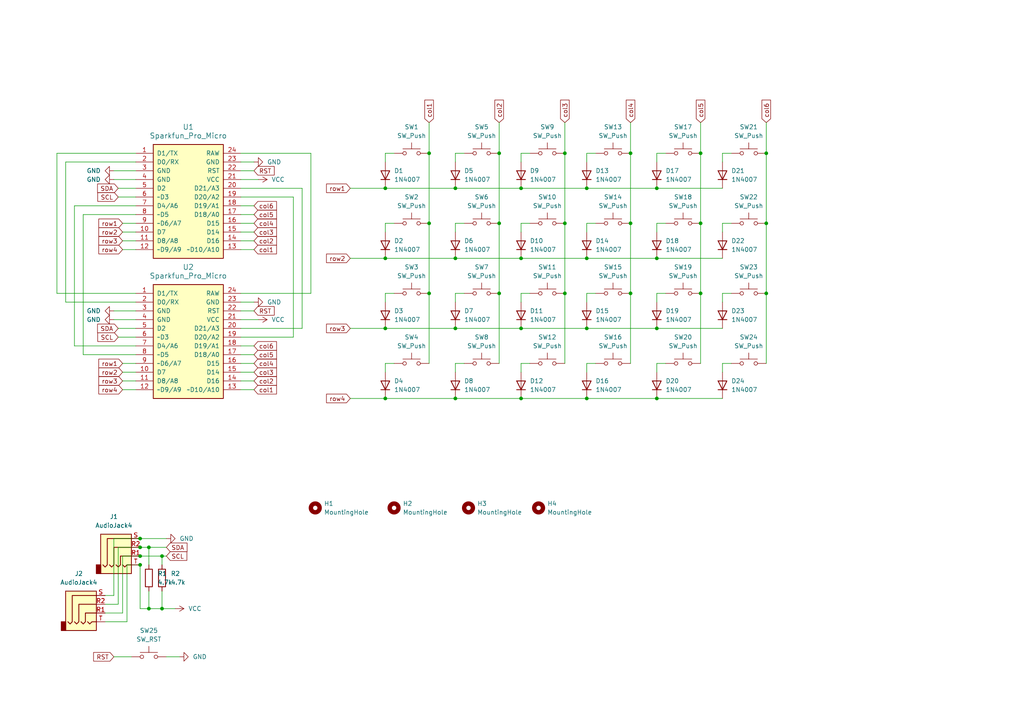
<source format=kicad_sch>
(kicad_sch (version 20230121) (generator eeschema)
  (paper "A4")
  (title_block (title "Focus") (date "2023-12-13") (rev "ver1.0.0") (company "Tomohiro TANIGUCHI"))
  (lib_symbols
    (symbol "Connector_Audio:AudioJack4"
      (property "Reference" "J" (at 0 8.89 0))
      (property "Value" "AudioJack4" (at 0 6.35 0))
      (symbol "AudioJack4_0_1"
        (rectangle (start -6.35 -5.08) (end -7.62 -7.62) (stroke (width 0.254)) (fill (type outline)))
        (polyline (pts (xy 0 -5.08) (xy 0.635 -5.715) (xy 1.27 -5.08) (xy 2.54 -5.08)) (stroke (width 0.254)))
        (polyline (pts (xy -5.715 -5.08) (xy -5.08 -5.715) (xy -4.445 -5.08) (xy -4.445 2.54) (xy 2.54 2.54)) (stroke (width 0.254)))
        (polyline (pts (xy -1.905 -5.08) (xy -1.27 -5.715) (xy -0.635 -5.08) (xy -0.635 -2.54) (xy 2.54 -2.54)) (stroke (width 0.254)))
        (polyline (pts (xy 2.54 0) (xy -2.54 0) (xy -2.54 -5.08) (xy -3.175 -5.715) (xy -3.81 -5.08)) (stroke (width 0.254)))
        (rectangle (start 2.54 3.81) (end -6.35 -7.62) (stroke (width 0.254)) (fill (type background)))
      )
      (symbol "AudioJack4_1_1"
        (pin passive line (at 5.08 -2.54 180) (length 2.54) (name "~") (number "R1"))
        (pin passive line (at 5.08 0 180) (length 2.54) (name "~") (number "R2"))
        (pin passive line (at 5.08 2.54 180) (length 2.54) (name "~") (number "S"))
        (pin passive line (at 5.08 -5.08 180) (length 2.54) (name "~") (number "T"))
      )
    )
    (symbol "Device:R" (pin_numbers hide) (pin_names (offset 0))
      (property "Reference" "R" (at 2.032 0 90))
      (property "Value" "R" (at 0 0 90))
      (symbol "R_0_1"
        (rectangle (start -1.016 -2.54) (end 1.016 2.54) (stroke (width 0.254)))
      )
      (symbol "R_1_1"
        (pin passive line (at 0 3.81 270) (length 1.27) (name "~") (number "1"))
        (pin passive line (at 0 -3.81 90) (length 1.27) (name "~") (number "2"))
      )
    )
    (symbol "Diode:1N4007" (pin_numbers hide) (pin_names hide)
      (property "Reference" "D" (at 0 2.54 0))
      (property "Value" "1N4007" (at 0 -2.54 0))
      (symbol "1N4007_0_1"
        (polyline (pts (xy -1.27 1.27) (xy -1.27 -1.27)) (stroke (width 0.254)))
        (polyline (pts (xy 1.27 0) (xy -1.27 0)))
        (polyline (pts (xy 1.27 1.27) (xy 1.27 -1.27) (xy -1.27 0) (xy 1.27 1.27)) (stroke (width 0.254)))
      )
      (symbol "1N4007_1_1"
        (pin passive line (at -3.81 0 0) (length 2.54) (name "K") (number "1"))
        (pin passive line (at 3.81 0 180) (length 2.54) (name "A") (number "2"))
      )
    )
    (symbol "Mechanical:MountingHole" (pin_names (offset 1.016))
      (property "Reference" "H" (at 0 5.08 0))
      (property "Value" "MountingHole" (at 0 3.175 0))
      (symbol "MountingHole_0_1"
        (circle (center 0 0) (radius 1.27) (stroke (width 1.27)))
      )
    )
    (symbol "New_Library:Sparkfun_Pro_Micro" (pin_names (offset 1.016))
      (property "Reference" "U" (at -8.89 21.59 0))
      (property "Value" "Sparkfun_Pro_Micro" (at 0 19.05 0))
      (symbol "Sparkfun_Pro_Micro_0_1"
        (rectangle (start -10.16 17.78) (end 10.16 -15.24) (stroke (width 0.254)) (fill (type background)))
      )
      (symbol "Sparkfun_Pro_Micro_1_1"
        (pin bidirectional line (at -15.24 15.24 0) (length 5.08) (name "D1/TX") (number "1"))
        (pin bidirectional line (at -15.24 -7.62 0) (length 5.08) (name "D7") (number "10"))
        (pin bidirectional line (at -15.24 -10.16 0) (length 5.08) (name "D8/A8") (number "11"))
        (pin bidirectional line (at -15.24 -12.7 0) (length 5.08) (name "~D9/A9") (number "12"))
        (pin bidirectional line (at 15.24 -12.7 180) (length 5.08) (name "~D10/A10") (number "13"))
        (pin bidirectional line (at 15.24 -10.16 180) (length 5.08) (name "D16") (number "14"))
        (pin bidirectional line (at 15.24 -7.62 180) (length 5.08) (name "D14") (number "15"))
        (pin bidirectional line (at 15.24 -5.08 180) (length 5.08) (name "D15") (number "16"))
        (pin bidirectional line (at 15.24 -2.54 180) (length 5.08) (name "D18/A0") (number "17"))
        (pin bidirectional line (at 15.24 0 180) (length 5.08) (name "D19/A1") (number "18"))
        (pin bidirectional line (at 15.24 2.54 180) (length 5.08) (name "D20/A2") (number "19"))
        (pin bidirectional line (at -15.24 12.7 0) (length 5.08) (name "D0/RX") (number "2"))
        (pin bidirectional line (at 15.24 5.08 180) (length 5.08) (name "D21/A3") (number "20"))
        (pin power_in line (at 15.24 7.62 180) (length 5.08) (name "VCC") (number "21"))
        (pin input line (at 15.24 10.16 180) (length 5.08) (name "RST") (number "22"))
        (pin power_in line (at 15.24 12.7 180) (length 5.08) (name "GND") (number "23"))
        (pin power_in line (at 15.24 15.24 180) (length 5.08) (name "RAW") (number "24"))
        (pin power_in line (at -15.24 10.16 0) (length 5.08) (name "GND") (number "3"))
        (pin power_in line (at -15.24 7.62 0) (length 5.08) (name "GND") (number "4"))
        (pin bidirectional line (at -15.24 5.08 0) (length 5.08) (name "D2") (number "5"))
        (pin bidirectional line (at -15.24 2.54 0) (length 5.08) (name "~D3") (number "6"))
        (pin bidirectional line (at -15.24 0 0) (length 5.08) (name "D4/A6") (number "7"))
        (pin bidirectional line (at -15.24 -2.54 0) (length 5.08) (name "~D5") (number "8"))
        (pin bidirectional line (at -15.24 -5.08 0) (length 5.08) (name "~D6/A7") (number "9"))
      )
    )
    (symbol "Switch:SW_Push" (pin_numbers hide) (pin_names (offset 1.016) hide)
      (property "Reference" "SW" (at 1.27 2.54 0))
      (property "Value" "SW_Push" (at 0 -1.524 0))
      (symbol "SW_Push_0_1"
        (circle (center -2.032 0) (radius 0.508))
        (polyline (pts (xy 0 1.27) (xy 0 3.048)))
        (polyline (pts (xy 2.54 1.27) (xy -2.54 1.27)))
        (circle (center 2.032 0) (radius 0.508))
        (pin passive line (at -5.08 0 0) (length 2.54) (name "1") (number "1"))
        (pin passive line (at 5.08 0 180) (length 2.54) (name "2") (number "2"))
      )
    )
    (symbol "power:GND" (power) (pin_names (offset 0))
      (property "Value" "GND" (at 0 -3.81 0))
      (symbol "GND_0_1"
        (polyline (pts (xy 0 0) (xy 0 -1.27) (xy 1.27 -1.27) (xy 0 -2.54) (xy -1.27 -1.27) (xy 0 -1.27)))
      )
      (symbol "GND_1_1"
        (pin power_in line (at 0 0 270) (length 0) hide (name "GND") (number "1"))
      )
    )
    (symbol "power:VCC" (power) (pin_names (offset 0))
      (property "Value" "VCC" (at 0 3.81 0))
      (symbol "VCC_0_1"
        (polyline (pts (xy -0.762 1.27) (xy 0 2.54)))
        (polyline (pts (xy 0 0) (xy 0 2.54)))
        (polyline (pts (xy 0 2.54) (xy 0.762 1.27)))
      )
      (symbol "VCC_1_1"
        (pin power_in line (at 0 0 90) (length 0) hide (name "VCC") (number "1"))
      )
    )
  )
  (junction (at 190.5 54.61))
  (junction (at 111.76 95.25))
  (junction (at 170.18 115.57))
  (junction (at 170.18 95.25))
  (junction (at 144.78 64.77))
  (junction (at 144.78 85.09))
  (junction (at 46.99 161.29))
  (junction (at 151.13 95.25))
  (junction (at 222.25 64.77))
  (junction (at 40.64 163.83))
  (junction (at 170.18 54.61))
  (junction (at 111.76 115.57))
  (junction (at 151.13 54.61))
  (junction (at 124.46 85.09))
  (junction (at 132.08 115.57))
  (junction (at 182.88 44.45))
  (junction (at 151.13 74.93))
  (junction (at 111.76 54.61))
  (junction (at 132.08 74.93))
  (junction (at 124.46 64.77))
  (junction (at 46.99 176.53))
  (junction (at 190.5 95.25))
  (junction (at 190.5 115.57))
  (junction (at 132.08 54.61))
  (junction (at 144.78 44.45))
  (junction (at 203.2 64.77))
  (junction (at 111.76 74.93))
  (junction (at 190.5 74.93))
  (junction (at 40.64 161.29))
  (junction (at 124.46 44.45))
  (junction (at 163.83 64.77))
  (junction (at 40.64 156.21))
  (junction (at 170.18 74.93))
  (junction (at 203.2 85.09))
  (junction (at 222.25 85.09))
  (junction (at 40.64 158.75))
  (junction (at 151.13 115.57))
  (junction (at 163.83 44.45))
  (junction (at 43.18 176.53))
  (junction (at 132.08 95.25))
  (junction (at 203.2 44.45))
  (junction (at 182.88 85.09))
  (junction (at 222.25 44.45))
  (junction (at 163.83 85.09))
  (junction (at 182.88 64.77))
  (junction (at 43.18 158.75))
  (wire (pts (xy 190.5 44.45) (xy 190.5 46.99)))
  (wire (pts (xy 35.56 64.77) (xy 39.37 64.77)))
  (wire (pts (xy 172.72 85.09) (xy 170.18 85.09)))
  (wire (pts (xy 69.85 100.33) (xy 73.66 100.33)))
  (wire (pts (xy 46.99 171.45) (xy 46.99 176.53)))
  (wire (pts (xy 153.67 44.45) (xy 151.13 44.45)))
  (wire (pts (xy 124.46 85.09) (xy 124.46 105.41)))
  (wire (pts (xy 132.08 115.57) (xy 151.13 115.57)))
  (wire (pts (xy 144.78 64.77) (xy 144.78 85.09)))
  (wire (pts (xy 69.85 52.07) (xy 74.93 52.07)))
  (wire (pts (xy 30.48 180.34) (xy 36.83 180.34)))
  (wire (pts (xy 182.88 85.09) (xy 182.88 105.41)))
  (wire (pts (xy 69.85 49.53) (xy 73.66 49.53)))
  (wire (pts (xy 170.18 95.25) (xy 190.5 95.25)))
  (wire (pts (xy 151.13 54.61) (xy 170.18 54.61)))
  (wire (pts (xy 40.64 158.75) (xy 34.29 158.75)))
  (wire (pts (xy 69.85 46.99) (xy 73.66 46.99)))
  (wire (pts (xy 151.13 74.93) (xy 170.18 74.93)))
  (wire (pts (xy 101.6 95.25) (xy 111.76 95.25)))
  (wire (pts (xy 124.46 35.56) (xy 124.46 44.45)))
  (wire (pts (xy 39.37 44.45) (xy 16.51 44.45)))
  (wire (pts (xy 132.08 95.25) (xy 151.13 95.25)))
  (wire (pts (xy 190.5 64.77) (xy 190.5 67.31)))
  (wire (pts (xy 132.08 54.61) (xy 151.13 54.61)))
  (wire (pts (xy 172.72 105.41) (xy 170.18 105.41)))
  (wire (pts (xy 203.2 44.45) (xy 203.2 64.77)))
  (wire (pts (xy 69.85 90.17) (xy 73.66 90.17)))
  (wire (pts (xy 35.56 110.49) (xy 39.37 110.49)))
  (wire (pts (xy 190.5 85.09) (xy 190.5 87.63)))
  (wire (pts (xy 134.62 64.77) (xy 132.08 64.77)))
  (wire (pts (xy 209.55 44.45) (xy 209.55 46.99)))
  (wire (pts (xy 114.3 64.77) (xy 111.76 64.77)))
  (wire (pts (xy 111.76 54.61) (xy 132.08 54.61)))
  (wire (pts (xy 111.76 44.45) (xy 111.76 46.99)))
  (wire (pts (xy 151.13 95.25) (xy 170.18 95.25)))
  (wire (pts (xy 222.25 85.09) (xy 222.25 105.41)))
  (wire (pts (xy 111.76 64.77) (xy 111.76 67.31)))
  (wire (pts (xy 33.02 52.07) (xy 39.37 52.07)))
  (wire (pts (xy 144.78 44.45) (xy 144.78 64.77)))
  (wire (pts (xy 69.85 107.95) (xy 73.66 107.95)))
  (wire (pts (xy 209.55 105.41) (xy 209.55 107.95)))
  (wire (pts (xy 124.46 44.45) (xy 124.46 64.77)))
  (wire (pts (xy 16.51 44.45) (xy 16.51 85.09)))
  (wire (pts (xy 34.29 95.25) (xy 39.37 95.25)))
  (wire (pts (xy 24.13 102.87) (xy 39.37 102.87)))
  (wire (pts (xy 69.85 102.87) (xy 73.66 102.87)))
  (wire (pts (xy 151.13 105.41) (xy 151.13 107.95)))
  (wire (pts (xy 21.59 59.69) (xy 21.59 100.33)))
  (wire (pts (xy 144.78 35.56) (xy 144.78 44.45)))
  (wire (pts (xy 90.17 44.45) (xy 90.17 85.09)))
  (wire (pts (xy 172.72 44.45) (xy 170.18 44.45)))
  (wire (pts (xy 193.04 105.41) (xy 190.5 105.41)))
  (wire (pts (xy 69.85 69.85) (xy 73.66 69.85)))
  (wire (pts (xy 101.6 115.57) (xy 111.76 115.57)))
  (wire (pts (xy 35.56 69.85) (xy 39.37 69.85)))
  (wire (pts (xy 34.29 57.15) (xy 39.37 57.15)))
  (wire (pts (xy 101.6 74.93) (xy 111.76 74.93)))
  (wire (pts (xy 40.64 161.29) (xy 35.56 161.29)))
  (wire (pts (xy 190.5 74.93) (xy 209.55 74.93)))
  (wire (pts (xy 40.64 156.21) (xy 33.02 156.21)))
  (wire (pts (xy 34.29 54.61) (xy 39.37 54.61)))
  (wire (pts (xy 203.2 64.77) (xy 203.2 85.09)))
  (wire (pts (xy 24.13 62.23) (xy 24.13 102.87)))
  (wire (pts (xy 203.2 85.09) (xy 203.2 105.41)))
  (wire (pts (xy 114.3 44.45) (xy 111.76 44.45)))
  (wire (pts (xy 90.17 85.09) (xy 69.85 85.09)))
  (wire (pts (xy 85.09 57.15) (xy 85.09 97.79)))
  (wire (pts (xy 43.18 171.45) (xy 43.18 176.53)))
  (wire (pts (xy 69.85 113.03) (xy 73.66 113.03)))
  (wire (pts (xy 33.02 156.21) (xy 33.02 172.72)))
  (wire (pts (xy 134.62 85.09) (xy 132.08 85.09)))
  (wire (pts (xy 69.85 67.31) (xy 73.66 67.31)))
  (wire (pts (xy 101.6 54.61) (xy 111.76 54.61)))
  (wire (pts (xy 212.09 85.09) (xy 209.55 85.09)))
  (wire (pts (xy 35.56 107.95) (xy 39.37 107.95)))
  (wire (pts (xy 111.76 105.41) (xy 111.76 107.95)))
  (wire (pts (xy 132.08 105.41) (xy 132.08 107.95)))
  (wire (pts (xy 203.2 35.56) (xy 203.2 44.45)))
  (wire (pts (xy 134.62 44.45) (xy 132.08 44.45)))
  (wire (pts (xy 153.67 64.77) (xy 151.13 64.77)))
  (wire (pts (xy 163.83 44.45) (xy 163.83 64.77)))
  (wire (pts (xy 36.83 163.83) (xy 36.83 180.34)))
  (wire (pts (xy 144.78 85.09) (xy 144.78 105.41)))
  (wire (pts (xy 222.25 35.56) (xy 222.25 44.45)))
  (wire (pts (xy 111.76 95.25) (xy 132.08 95.25)))
  (wire (pts (xy 172.72 64.77) (xy 170.18 64.77)))
  (wire (pts (xy 39.37 62.23) (xy 24.13 62.23)))
  (wire (pts (xy 35.56 161.29) (xy 35.56 177.8)))
  (wire (pts (xy 39.37 59.69) (xy 21.59 59.69)))
  (wire (pts (xy 48.26 190.5) (xy 52.07 190.5)))
  (wire (pts (xy 43.18 158.75) (xy 48.26 158.75)))
  (wire (pts (xy 34.29 158.75) (xy 34.29 175.26)))
  (wire (pts (xy 33.02 190.5) (xy 38.1 190.5)))
  (wire (pts (xy 209.55 64.77) (xy 209.55 67.31)))
  (wire (pts (xy 69.85 44.45) (xy 90.17 44.45)))
  (wire (pts (xy 222.25 64.77) (xy 222.25 85.09)))
  (wire (pts (xy 69.85 64.77) (xy 73.66 64.77)))
  (wire (pts (xy 69.85 110.49) (xy 73.66 110.49)))
  (wire (pts (xy 46.99 161.29) (xy 48.26 161.29)))
  (wire (pts (xy 69.85 57.15) (xy 85.09 57.15)))
  (wire (pts (xy 190.5 115.57) (xy 209.55 115.57)))
  (wire (pts (xy 222.25 44.45) (xy 222.25 64.77)))
  (wire (pts (xy 151.13 115.57) (xy 170.18 115.57)))
  (wire (pts (xy 209.55 85.09) (xy 209.55 87.63)))
  (wire (pts (xy 111.76 115.57) (xy 132.08 115.57)))
  (wire (pts (xy 39.37 46.99) (xy 19.05 46.99)))
  (wire (pts (xy 170.18 105.41) (xy 170.18 107.95)))
  (wire (pts (xy 87.63 95.25) (xy 69.85 95.25)))
  (wire (pts (xy 34.29 175.26) (xy 30.48 175.26)))
  (wire (pts (xy 87.63 54.61) (xy 87.63 95.25)))
  (wire (pts (xy 190.5 105.41) (xy 190.5 107.95)))
  (wire (pts (xy 151.13 85.09) (xy 151.13 87.63)))
  (wire (pts (xy 114.3 85.09) (xy 111.76 85.09)))
  (wire (pts (xy 34.29 97.79) (xy 39.37 97.79)))
  (wire (pts (xy 212.09 64.77) (xy 209.55 64.77)))
  (wire (pts (xy 163.83 35.56) (xy 163.83 44.45)))
  (wire (pts (xy 132.08 74.93) (xy 151.13 74.93)))
  (wire (pts (xy 40.64 161.29) (xy 46.99 161.29)))
  (wire (pts (xy 33.02 92.71) (xy 39.37 92.71)))
  (wire (pts (xy 132.08 64.77) (xy 132.08 67.31)))
  (wire (pts (xy 163.83 85.09) (xy 163.83 105.41)))
  (wire (pts (xy 134.62 105.41) (xy 132.08 105.41)))
  (wire (pts (xy 69.85 105.41) (xy 73.66 105.41)))
  (wire (pts (xy 43.18 158.75) (xy 43.18 163.83)))
  (wire (pts (xy 35.56 105.41) (xy 39.37 105.41)))
  (wire (pts (xy 40.64 156.21) (xy 48.26 156.21)))
  (wire (pts (xy 193.04 64.77) (xy 190.5 64.77)))
  (wire (pts (xy 132.08 44.45) (xy 132.08 46.99)))
  (wire (pts (xy 190.5 95.25) (xy 209.55 95.25)))
  (wire (pts (xy 69.85 87.63) (xy 73.66 87.63)))
  (wire (pts (xy 132.08 85.09) (xy 132.08 87.63)))
  (wire (pts (xy 21.59 100.33) (xy 39.37 100.33)))
  (wire (pts (xy 85.09 97.79) (xy 69.85 97.79)))
  (wire (pts (xy 69.85 62.23) (xy 73.66 62.23)))
  (wire (pts (xy 151.13 44.45) (xy 151.13 46.99)))
  (wire (pts (xy 170.18 64.77) (xy 170.18 67.31)))
  (wire (pts (xy 69.85 54.61) (xy 87.63 54.61)))
  (wire (pts (xy 193.04 85.09) (xy 190.5 85.09)))
  (wire (pts (xy 182.88 35.56) (xy 182.88 44.45)))
  (wire (pts (xy 43.18 176.53) (xy 46.99 176.53)))
  (wire (pts (xy 46.99 176.53) (xy 50.8 176.53)))
  (wire (pts (xy 170.18 85.09) (xy 170.18 87.63)))
  (wire (pts (xy 212.09 44.45) (xy 209.55 44.45)))
  (wire (pts (xy 193.04 44.45) (xy 190.5 44.45)))
  (wire (pts (xy 151.13 64.77) (xy 151.13 67.31)))
  (wire (pts (xy 69.85 59.69) (xy 73.66 59.69)))
  (wire (pts (xy 40.64 163.83) (xy 40.64 176.53)))
  (wire (pts (xy 33.02 90.17) (xy 39.37 90.17)))
  (wire (pts (xy 153.67 105.41) (xy 151.13 105.41)))
  (wire (pts (xy 35.56 177.8) (xy 30.48 177.8)))
  (wire (pts (xy 182.88 64.77) (xy 182.88 85.09)))
  (wire (pts (xy 35.56 113.03) (xy 39.37 113.03)))
  (wire (pts (xy 124.46 64.77) (xy 124.46 85.09)))
  (wire (pts (xy 40.64 163.83) (xy 36.83 163.83)))
  (wire (pts (xy 170.18 74.93) (xy 190.5 74.93)))
  (wire (pts (xy 170.18 44.45) (xy 170.18 46.99)))
  (wire (pts (xy 33.02 172.72) (xy 30.48 172.72)))
  (wire (pts (xy 163.83 64.77) (xy 163.83 85.09)))
  (wire (pts (xy 153.67 85.09) (xy 151.13 85.09)))
  (wire (pts (xy 170.18 54.61) (xy 190.5 54.61)))
  (wire (pts (xy 69.85 92.71) (xy 74.93 92.71)))
  (wire (pts (xy 212.09 105.41) (xy 209.55 105.41)))
  (wire (pts (xy 35.56 72.39) (xy 39.37 72.39)))
  (wire (pts (xy 35.56 67.31) (xy 39.37 67.31)))
  (wire (pts (xy 40.64 176.53) (xy 43.18 176.53)))
  (wire (pts (xy 69.85 72.39) (xy 73.66 72.39)))
  (wire (pts (xy 111.76 74.93) (xy 132.08 74.93)))
  (wire (pts (xy 190.5 54.61) (xy 209.55 54.61)))
  (wire (pts (xy 33.02 49.53) (xy 39.37 49.53)))
  (wire (pts (xy 19.05 87.63) (xy 39.37 87.63)))
  (wire (pts (xy 170.18 115.57) (xy 190.5 115.57)))
  (wire (pts (xy 40.64 158.75) (xy 43.18 158.75)))
  (wire (pts (xy 16.51 85.09) (xy 39.37 85.09)))
  (wire (pts (xy 19.05 46.99) (xy 19.05 87.63)))
  (wire (pts (xy 111.76 85.09) (xy 111.76 87.63)))
  (wire (pts (xy 46.99 161.29) (xy 46.99 163.83)))
  (wire (pts (xy 182.88 44.45) (xy 182.88 64.77)))
  (wire (pts (xy 114.3 105.41) (xy 111.76 105.41)))
  (global_label "col4" (shape input) (at 182.88 35.56 90) (property "Intersheetrefs" "${INTERSHEET_REFS}" (effects hide)))
  (global_label "col5" (shape input) (at 203.2 35.56 90) (property "Intersheetrefs" "${INTERSHEET_REFS}" (effects hide)))
  (global_label "col5" (shape input) (at 73.66 102.87 0) (property "Intersheetrefs" "${INTERSHEET_REFS}" (effects hide)))
  (global_label "col3" (shape input) (at 73.66 67.31 0) (property "Intersheetrefs" "${INTERSHEET_REFS}" (effects hide)))
  (global_label "row2" (shape input) (at 35.56 67.31 180) (property "Intersheetrefs" "${INTERSHEET_REFS}" (effects hide)))
  (global_label "row1" (shape input) (at 35.56 64.77 180) (property "Intersheetrefs" "${INTERSHEET_REFS}" (effects hide)))
  (global_label "col3" (shape input) (at 163.83 35.56 90) (property "Intersheetrefs" "${INTERSHEET_REFS}" (effects hide)))
  (global_label "SDA" (shape input) (at 34.29 95.25 180) (property "Intersheetrefs" "${INTERSHEET_REFS}" (effects hide)))
  (global_label "col6" (shape input) (at 73.66 100.33 0) (property "Intersheetrefs" "${INTERSHEET_REFS}" (effects hide)))
  (global_label "col2" (shape input) (at 73.66 110.49 0) (property "Intersheetrefs" "${INTERSHEET_REFS}" (effects hide)))
  (global_label "row2" (shape input) (at 101.6 74.93 180) (property "Intersheetrefs" "${INTERSHEET_REFS}" (effects hide)))
  (global_label "col3" (shape input) (at 73.66 107.95 0) (property "Intersheetrefs" "${INTERSHEET_REFS}" (effects hide)))
  (global_label "RST" (shape input) (at 73.66 49.53 0) (property "Intersheetrefs" "${INTERSHEET_REFS}" (effects hide)))
  (global_label "col6" (shape input) (at 222.25 35.56 90) (property "Intersheetrefs" "${INTERSHEET_REFS}" (effects hide)))
  (global_label "row3" (shape input) (at 35.56 110.49 180) (property "Intersheetrefs" "${INTERSHEET_REFS}" (effects hide)))
  (global_label "row4" (shape input) (at 35.56 113.03 180) (property "Intersheetrefs" "${INTERSHEET_REFS}" (effects hide)))
  (global_label "row2" (shape input) (at 35.56 107.95 180) (property "Intersheetrefs" "${INTERSHEET_REFS}" (effects hide)))
  (global_label "col1" (shape input) (at 124.46 35.56 90) (property "Intersheetrefs" "${INTERSHEET_REFS}" (effects hide)))
  (global_label "col4" (shape input) (at 73.66 64.77 0) (property "Intersheetrefs" "${INTERSHEET_REFS}" (effects hide)))
  (global_label "col2" (shape input) (at 73.66 69.85 0) (property "Intersheetrefs" "${INTERSHEET_REFS}" (effects hide)))
  (global_label "SDA" (shape input) (at 48.26 158.75 0) (property "Intersheetrefs" "${INTERSHEET_REFS}" (effects hide)))
  (global_label "SCL" (shape input) (at 34.29 57.15 180) (property "Intersheetrefs" "${INTERSHEET_REFS}" (effects hide)))
  (global_label "SCL" (shape input) (at 34.29 97.79 180) (property "Intersheetrefs" "${INTERSHEET_REFS}" (effects hide)))
  (global_label "col4" (shape input) (at 73.66 105.41 0) (property "Intersheetrefs" "${INTERSHEET_REFS}" (effects hide)))
  (global_label "col5" (shape input) (at 73.66 62.23 0) (property "Intersheetrefs" "${INTERSHEET_REFS}" (effects hide)))
  (global_label "SDA" (shape input) (at 34.29 54.61 180) (property "Intersheetrefs" "${INTERSHEET_REFS}" (effects hide)))
  (global_label "col6" (shape input) (at 73.66 59.69 0) (property "Intersheetrefs" "${INTERSHEET_REFS}" (effects hide)))
  (global_label "row1" (shape input) (at 101.6 54.61 180) (property "Intersheetrefs" "${INTERSHEET_REFS}" (effects hide)))
  (global_label "row4" (shape input) (at 35.56 72.39 180) (property "Intersheetrefs" "${INTERSHEET_REFS}" (effects hide)))
  (global_label "col1" (shape input) (at 73.66 72.39 0) (property "Intersheetrefs" "${INTERSHEET_REFS}" (effects hide)))
  (global_label "row1" (shape input) (at 35.56 105.41 180) (property "Intersheetrefs" "${INTERSHEET_REFS}" (effects hide)))
  (global_label "col2" (shape input) (at 144.78 35.56 90) (property "Intersheetrefs" "${INTERSHEET_REFS}" (effects hide)))
  (global_label "row4" (shape input) (at 101.6 115.57 180) (property "Intersheetrefs" "${INTERSHEET_REFS}" (effects hide)))
  (global_label "row3" (shape input) (at 35.56 69.85 180) (property "Intersheetrefs" "${INTERSHEET_REFS}" (effects hide)))
  (global_label "SCL" (shape input) (at 48.26 161.29 0) (property "Intersheetrefs" "${INTERSHEET_REFS}" (effects hide)))
  (global_label "RST" (shape input) (at 73.66 90.17 0) (property "Intersheetrefs" "${INTERSHEET_REFS}" (effects hide)))
  (global_label "col1" (shape input) (at 73.66 113.03 0) (property "Intersheetrefs" "${INTERSHEET_REFS}" (effects hide)))
  (global_label "row3" (shape input) (at 101.6 95.25 180) (property "Intersheetrefs" "${INTERSHEET_REFS}" (effects hide)))
  (global_label "RST" (shape input) (at 33.02 190.5 180) (property "Intersheetrefs" "${INTERSHEET_REFS}" (effects hide)))
  (symbol (lib_id "Switch:SW_Push") (at 177.8 85.09 0) (unit 1)
    (property "Reference" "SW15" (at 177.8 77.47 0))
    (property "Value" "SW_Push" (at 177.8 80.01 0))
    (property "Footprint" "MyLibrary:SW_MX_reversible" (effects hide))
  )
  (symbol (lib_id "power:GND") (at 33.02 90.17 270) (unit 1)
    (property "Reference" "#PWR010" (effects hide))
    (property "Value" "GND" (at 29.21 90.17 90) (effects (justify right)))
  )
  (symbol (lib_id "Diode:1N4007") (at 132.08 111.76 90) (unit 1)
    (property "Reference" "D8" (at 134.62 110.49 90) (effects (justify right)))
    (property "Value" "1N4007" (at 134.62 113.03 90) (effects (justify right)))
    (property "Footprint" "Diode_THT:D_DO-41_SOD81_P10.16mm_Horizontal" (effects hide))
    (property "Datasheet" "http://www.vishay.com/docs/88503/1n4001.pdf" (effects hide))
    (property "Sim.Device" "D" (effects hide))
    (property "Sim.Pins" "1=K 2=A" (effects hide))
  )
  (symbol (lib_id "power:GND") (at 33.02 92.71 270) (unit 1)
    (property "Reference" "#PWR011" (effects hide))
    (property "Value" "GND" (at 29.21 92.71 90) (effects (justify right)))
  )
  (symbol (lib_id "Switch:SW_Push") (at 177.8 44.45 0) (unit 1)
    (property "Reference" "SW13" (at 177.8 36.83 0))
    (property "Value" "SW_Push" (at 177.8 39.37 0))
    (property "Footprint" "MyLibrary:SW_MX_reversible" (effects hide))
  )
  (symbol (lib_id "Diode:1N4007") (at 111.76 91.44 90) (unit 1)
    (property "Reference" "D3" (at 114.3 90.17 90) (effects (justify right)))
    (property "Value" "1N4007" (at 114.3 92.71 90) (effects (justify right)))
    (property "Footprint" "Diode_THT:D_DO-41_SOD81_P10.16mm_Horizontal" (effects hide))
    (property "Datasheet" "http://www.vishay.com/docs/88503/1n4001.pdf" (effects hide))
    (property "Sim.Device" "D" (effects hide))
    (property "Sim.Pins" "1=K 2=A" (effects hide))
  )
  (symbol (lib_id "Diode:1N4007") (at 111.76 111.76 90) (unit 1)
    (property "Reference" "D4" (at 114.3 110.49 90) (effects (justify right)))
    (property "Value" "1N4007" (at 114.3 113.03 90) (effects (justify right)))
    (property "Footprint" "Diode_THT:D_DO-41_SOD81_P10.16mm_Horizontal" (effects hide))
    (property "Datasheet" "http://www.vishay.com/docs/88503/1n4001.pdf" (effects hide))
    (property "Sim.Device" "D" (effects hide))
    (property "Sim.Pins" "1=K 2=A" (effects hide))
  )
  (symbol (lib_id "Switch:SW_Push") (at 217.17 85.09 0) (unit 1)
    (property "Reference" "SW23" (at 217.17 77.47 0))
    (property "Value" "SW_Push" (at 217.17 80.01 0))
    (property "Footprint" "MyLibrary:SW_MX_reversible" (effects hide))
  )
  (symbol (lib_id "Mechanical:MountingHole") (at 114.3 147.32 0) (unit 1)
    (property "Reference" "H2" (at 116.84 146.05 0) (effects (justify left)))
    (property "Value" "MountingHole" (at 116.84 148.59 0) (effects (justify left)))
    (property "Footprint" "MountingHole:MountingHole_2.2mm_M2" (effects hide))
  )
  (symbol (lib_id "Switch:SW_Push") (at 198.12 85.09 0) (unit 1)
    (property "Reference" "SW19" (at 198.12 77.47 0))
    (property "Value" "SW_Push" (at 198.12 80.01 0))
    (property "Footprint" "MyLibrary:SW_MX_reversible" (effects hide))
  )
  (symbol (lib_id "power:GND") (at 48.26 156.21 90) (unit 1)
    (property "Reference" "#PWR04" (effects hide))
    (property "Value" "GND" (at 52.07 156.21 90) (effects (justify right)))
  )
  (symbol (lib_id "Diode:1N4007") (at 111.76 50.8 90) (unit 1)
    (property "Reference" "D1" (at 114.3 49.53 90) (effects (justify right)))
    (property "Value" "1N4007" (at 114.3 52.07 90) (effects (justify right)))
    (property "Footprint" "MyLibrary:Sparkfun_Pro_Micro" (effects hide))
    (property "Datasheet" "http://www.vishay.com/docs/88503/1n4001.pdf" (effects hide))
    (property "Sim.Device" "D" (effects hide))
    (property "Sim.Pins" "1=K 2=A" (effects hide))
  )
  (symbol (lib_id "power:VCC") (at 50.8 176.53 270) (unit 1)
    (property "Reference" "#PWR05" (effects hide))
    (property "Value" "VCC" (at 54.61 176.53 90) (effects (justify left)))
  )
  (symbol (lib_id "Switch:SW_Push") (at 177.8 105.41 0) (unit 1)
    (property "Reference" "SW16" (at 177.8 97.79 0))
    (property "Value" "SW_Push" (at 177.8 100.33 0))
    (property "Footprint" "MyLibrary:SW_MX_reversible" (effects hide))
  )
  (symbol (lib_id "power:GND") (at 73.66 87.63 90) (unit 1)
    (property "Reference" "#PWR08" (effects hide))
    (property "Value" "GND" (at 77.47 87.63 90) (effects (justify right)))
  )
  (symbol (lib_id "Switch:SW_Push") (at 158.75 44.45 0) (unit 1)
    (property "Reference" "SW9" (at 158.75 36.83 0))
    (property "Value" "SW_Push" (at 158.75 39.37 0))
    (property "Footprint" "MyLibrary:SW_MX_reversible" (effects hide))
  )
  (symbol (lib_id "Diode:1N4007") (at 132.08 91.44 90) (unit 1)
    (property "Reference" "D7" (at 134.62 90.17 90) (effects (justify right)))
    (property "Value" "1N4007" (at 134.62 92.71 90) (effects (justify right)))
    (property "Footprint" "Diode_THT:D_DO-41_SOD81_P10.16mm_Horizontal" (effects hide))
    (property "Datasheet" "http://www.vishay.com/docs/88503/1n4001.pdf" (effects hide))
    (property "Sim.Device" "D" (effects hide))
    (property "Sim.Pins" "1=K 2=A" (effects hide))
  )
  (symbol (lib_id "Diode:1N4007") (at 132.08 50.8 90) (unit 1)
    (property "Reference" "D5" (at 134.62 49.53 90) (effects (justify right)))
    (property "Value" "1N4007" (at 134.62 52.07 90) (effects (justify right)))
    (property "Footprint" "Diode_THT:D_DO-41_SOD81_P10.16mm_Horizontal" (effects hide))
    (property "Datasheet" "http://www.vishay.com/docs/88503/1n4001.pdf" (effects hide))
    (property "Sim.Device" "D" (effects hide))
    (property "Sim.Pins" "1=K 2=A" (effects hide))
  )
  (symbol (lib_id "New_Library:Sparkfun_Pro_Micro") (at 54.61 59.69 0) (unit 1)
    (property "Reference" "U1" (at 54.61 36.83 0) (effects (font (size 1.524 1.524))))
    (property "Value" "Sparkfun_Pro_Micro" (at 54.61 39.37 0) (effects (font (size 1.524 1.524))))
    (property "Footprint" "MyLibrary:Sparkfun_Pro_Micro" (effects hide))
    (property "Datasheet" "https://www.sparkfun.com/products/12640" (effects hide))
  )
  (symbol (lib_id "power:VCC") (at 74.93 52.07 270) (unit 1)
    (property "Reference" "#PWR01" (effects hide))
    (property "Value" "VCC" (at 78.74 52.07 90) (effects (justify left)))
  )
  (symbol (lib_id "Switch:SW_Push") (at 139.7 64.77 0) (unit 1)
    (property "Reference" "SW6" (at 139.7 57.15 0))
    (property "Value" "SW_Push" (at 139.7 59.69 0))
    (property "Footprint" "MyLibrary:SW_MX_reversible" (effects hide))
  )
  (symbol (lib_id "Diode:1N4007") (at 170.18 111.76 90) (unit 1)
    (property "Reference" "D16" (at 172.72 110.49 90) (effects (justify right)))
    (property "Value" "1N4007" (at 172.72 113.03 90) (effects (justify right)))
    (property "Footprint" "Diode_THT:D_DO-41_SOD81_P10.16mm_Horizontal" (effects hide))
    (property "Datasheet" "http://www.vishay.com/docs/88503/1n4001.pdf" (effects hide))
    (property "Sim.Device" "D" (effects hide))
    (property "Sim.Pins" "1=K 2=A" (effects hide))
  )
  (symbol (lib_id "Diode:1N4007") (at 209.55 71.12 90) (unit 1)
    (property "Reference" "D22" (at 212.09 69.85 90) (effects (justify right)))
    (property "Value" "1N4007" (at 212.09 72.39 90) (effects (justify right)))
    (property "Footprint" "Diode_THT:D_DO-41_SOD81_P10.16mm_Horizontal" (effects hide))
    (property "Datasheet" "http://www.vishay.com/docs/88503/1n4001.pdf" (effects hide))
    (property "Sim.Device" "D" (effects hide))
    (property "Sim.Pins" "1=K 2=A" (effects hide))
  )
  (symbol (lib_id "Switch:SW_Push") (at 119.38 105.41 0) (unit 1)
    (property "Reference" "SW4" (at 119.38 97.79 0))
    (property "Value" "SW_Push" (at 119.38 100.33 0))
    (property "Footprint" "MyLibrary:SW_MX_reversible" (effects hide))
  )
  (symbol (lib_id "Switch:SW_Push") (at 119.38 64.77 0) (unit 1)
    (property "Reference" "SW2" (at 119.38 57.15 0))
    (property "Value" "SW_Push" (at 119.38 59.69 0))
    (property "Footprint" "MyLibrary:SW_MX_reversible" (effects hide))
  )
  (symbol (lib_id "Switch:SW_Push") (at 198.12 64.77 0) (unit 1)
    (property "Reference" "SW18" (at 198.12 57.15 0))
    (property "Value" "SW_Push" (at 198.12 59.69 0))
    (property "Footprint" "MyLibrary:SW_MX_reversible" (effects hide))
  )
  (symbol (lib_id "Switch:SW_Push") (at 198.12 44.45 0) (unit 1)
    (property "Reference" "SW17" (at 198.12 36.83 0))
    (property "Value" "SW_Push" (at 198.12 39.37 0))
    (property "Footprint" "MyLibrary:SW_MX_reversible" (effects hide))
  )
  (symbol (lib_id "Switch:SW_Push") (at 119.38 44.45 0) (unit 1)
    (property "Reference" "SW1" (at 119.38 36.83 0))
    (property "Value" "SW_Push" (at 119.38 39.37 0))
    (property "Footprint" "MyLibrary:SW_MX_reversible" (effects hide))
  )
  (symbol (lib_id "Switch:SW_Push") (at 158.75 64.77 0) (unit 1)
    (property "Reference" "SW10" (at 158.75 57.15 0))
    (property "Value" "SW_Push" (at 158.75 59.69 0))
    (property "Footprint" "MyLibrary:SW_MX_reversible" (effects hide))
  )
  (symbol (lib_id "Diode:1N4007") (at 190.5 50.8 90) (unit 1)
    (property "Reference" "D17" (at 193.04 49.53 90) (effects (justify right)))
    (property "Value" "1N4007" (at 193.04 52.07 90) (effects (justify right)))
    (property "Footprint" "Diode_THT:D_DO-41_SOD81_P10.16mm_Horizontal" (effects hide))
    (property "Datasheet" "http://www.vishay.com/docs/88503/1n4001.pdf" (effects hide))
    (property "Sim.Device" "D" (effects hide))
    (property "Sim.Pins" "1=K 2=A" (effects hide))
  )
  (symbol (lib_id "Mechanical:MountingHole") (at 156.21 147.32 0) (unit 1)
    (property "Reference" "H4" (at 158.75 146.05 0) (effects (justify left)))
    (property "Value" "MountingHole" (at 158.75 148.59 0) (effects (justify left)))
    (property "Footprint" "MountingHole:MountingHole_2.2mm_M2" (effects hide))
  )
  (symbol (lib_id "Switch:SW_Push") (at 139.7 105.41 0) (unit 1)
    (property "Reference" "SW8" (at 139.7 97.79 0))
    (property "Value" "SW_Push" (at 139.7 100.33 0))
    (property "Footprint" "MyLibrary:SW_MX_reversible" (effects hide))
  )
  (symbol (lib_id "Mechanical:MountingHole") (at 91.44 147.32 0) (unit 1)
    (property "Reference" "H1" (at 93.98 146.05 0) (effects (justify left)))
    (property "Value" "MountingHole" (at 93.98 148.59 0) (effects (justify left)))
    (property "Footprint" "MountingHole:MountingHole_2.2mm_M2" (effects hide))
  )
  (symbol (lib_id "Switch:SW_Push") (at 158.75 105.41 0) (unit 1)
    (property "Reference" "SW12" (at 158.75 97.79 0))
    (property "Value" "SW_Push" (at 158.75 100.33 0))
    (property "Footprint" "MyLibrary:SW_MX_reversible" (effects hide))
  )
  (symbol (lib_id "Diode:1N4007") (at 190.5 111.76 90) (unit 1)
    (property "Reference" "D20" (at 193.04 110.49 90) (effects (justify right)))
    (property "Value" "1N4007" (at 193.04 113.03 90) (effects (justify right)))
    (property "Footprint" "Diode_THT:D_DO-41_SOD81_P10.16mm_Horizontal" (effects hide))
    (property "Datasheet" "http://www.vishay.com/docs/88503/1n4001.pdf" (effects hide))
    (property "Sim.Device" "D" (effects hide))
    (property "Sim.Pins" "1=K 2=A" (effects hide))
  )
  (symbol (lib_id "Diode:1N4007") (at 151.13 91.44 90) (unit 1)
    (property "Reference" "D11" (at 153.67 90.17 90) (effects (justify right)))
    (property "Value" "1N4007" (at 153.67 92.71 90) (effects (justify right)))
    (property "Footprint" "Diode_THT:D_DO-41_SOD81_P10.16mm_Horizontal" (effects hide))
    (property "Datasheet" "http://www.vishay.com/docs/88503/1n4001.pdf" (effects hide))
    (property "Sim.Device" "D" (effects hide))
    (property "Sim.Pins" "1=K 2=A" (effects hide))
  )
  (symbol (lib_id "Switch:SW_Push") (at 119.38 85.09 0) (unit 1)
    (property "Reference" "SW3" (at 119.38 77.47 0))
    (property "Value" "SW_Push" (at 119.38 80.01 0))
    (property "Footprint" "MyLibrary:SW_MX_reversible" (effects hide))
  )
  (symbol (lib_id "Diode:1N4007") (at 132.08 71.12 90) (unit 1)
    (property "Reference" "D6" (at 134.62 69.85 90) (effects (justify right)))
    (property "Value" "1N4007" (at 134.62 72.39 90) (effects (justify right)))
    (property "Footprint" "Diode_THT:D_DO-41_SOD81_P10.16mm_Horizontal" (effects hide))
    (property "Datasheet" "http://www.vishay.com/docs/88503/1n4001.pdf" (effects hide))
    (property "Sim.Device" "D" (effects hide))
    (property "Sim.Pins" "1=K 2=A" (effects hide))
  )
  (symbol (lib_id "Diode:1N4007") (at 170.18 71.12 90) (unit 1)
    (property "Reference" "D14" (at 172.72 69.85 90) (effects (justify right)))
    (property "Value" "1N4007" (at 172.72 72.39 90) (effects (justify right)))
    (property "Footprint" "Diode_THT:D_DO-41_SOD81_P10.16mm_Horizontal" (effects hide))
    (property "Datasheet" "http://www.vishay.com/docs/88503/1n4001.pdf" (effects hide))
    (property "Sim.Device" "D" (effects hide))
    (property "Sim.Pins" "1=K 2=A" (effects hide))
  )
  (symbol (lib_id "Switch:SW_Push") (at 158.75 85.09 0) (unit 1)
    (property "Reference" "SW11" (at 158.75 77.47 0))
    (property "Value" "SW_Push" (at 158.75 80.01 0))
    (property "Footprint" "MyLibrary:SW_MX_reversible" (effects hide))
  )
  (symbol (lib_id "Switch:SW_Push") (at 217.17 105.41 0) (unit 1)
    (property "Reference" "SW24" (at 217.17 97.79 0))
    (property "Value" "SW_Push" (at 217.17 100.33 0))
    (property "Footprint" "MyLibrary:SW_MX_reversible" (effects hide))
  )
  (symbol (lib_id "Switch:SW_Push") (at 217.17 64.77 0) (unit 1)
    (property "Reference" "SW22" (at 217.17 57.15 0))
    (property "Value" "SW_Push" (at 217.17 59.69 0))
    (property "Footprint" "MyLibrary:SW_MX_reversible" (effects hide))
  )
  (symbol (lib_id "Diode:1N4007") (at 190.5 91.44 90) (unit 1)
    (property "Reference" "D19" (at 193.04 90.17 90) (effects (justify right)))
    (property "Value" "1N4007" (at 193.04 92.71 90) (effects (justify right)))
    (property "Footprint" "Diode_THT:D_DO-41_SOD81_P10.16mm_Horizontal" (effects hide))
    (property "Datasheet" "http://www.vishay.com/docs/88503/1n4001.pdf" (effects hide))
    (property "Sim.Device" "D" (effects hide))
    (property "Sim.Pins" "1=K 2=A" (effects hide))
  )
  (symbol (lib_id "power:GND") (at 33.02 52.07 270) (unit 1)
    (property "Reference" "#PWR03" (effects hide))
    (property "Value" "GND" (at 29.21 52.07 90) (effects (justify right)))
  )
  (symbol (lib_id "Connector_Audio:AudioJack4") (at 25.4 175.26 0) (unit 1)
    (property "Reference" "J2" (at 22.86 166.37 0))
    (property "Value" "AudioJack4" (at 22.86 168.91 0))
    (property "Footprint" "MyLibrary:TRRS_Jack_3.5mm" (effects hide))
  )
  (symbol (lib_id "Switch:SW_Push") (at 217.17 44.45 0) (unit 1)
    (property "Reference" "SW21" (at 217.17 36.83 0))
    (property "Value" "SW_Push" (at 217.17 39.37 0))
    (property "Footprint" "MyLibrary:SW_MX_reversible" (effects hide))
  )
  (symbol (lib_id "power:VCC") (at 74.93 92.71 270) (unit 1)
    (property "Reference" "#PWR09" (effects hide))
    (property "Value" "VCC" (at 78.74 92.71 90) (effects (justify left)))
  )
  (symbol (lib_id "Diode:1N4007") (at 170.18 50.8 90) (unit 1)
    (property "Reference" "D13" (at 172.72 49.53 90) (effects (justify right)))
    (property "Value" "1N4007" (at 172.72 52.07 90) (effects (justify right)))
    (property "Footprint" "Diode_THT:D_DO-41_SOD81_P10.16mm_Horizontal" (effects hide))
    (property "Datasheet" "http://www.vishay.com/docs/88503/1n4001.pdf" (effects hide))
    (property "Sim.Device" "D" (effects hide))
    (property "Sim.Pins" "1=K 2=A" (effects hide))
  )
  (symbol (lib_id "Diode:1N4007") (at 151.13 50.8 90) (unit 1)
    (property "Reference" "D9" (at 153.67 49.53 90) (effects (justify right)))
    (property "Value" "1N4007" (at 153.67 52.07 90) (effects (justify right)))
    (property "Footprint" "Diode_THT:D_DO-41_SOD81_P10.16mm_Horizontal" (effects hide))
    (property "Datasheet" "http://www.vishay.com/docs/88503/1n4001.pdf" (effects hide))
    (property "Sim.Device" "D" (effects hide))
    (property "Sim.Pins" "1=K 2=A" (effects hide))
  )
  (symbol (lib_id "Diode:1N4007") (at 151.13 111.76 90) (unit 1)
    (property "Reference" "D12" (at 153.67 110.49 90) (effects (justify right)))
    (property "Value" "1N4007" (at 153.67 113.03 90) (effects (justify right)))
    (property "Footprint" "Diode_THT:D_DO-41_SOD81_P10.16mm_Horizontal" (effects hide))
    (property "Datasheet" "http://www.vishay.com/docs/88503/1n4001.pdf" (effects hide))
    (property "Sim.Device" "D" (effects hide))
    (property "Sim.Pins" "1=K 2=A" (effects hide))
  )
  (symbol (lib_id "Device:R") (at 43.18 167.64 0) (unit 1)
    (property "Reference" "R1" (at 45.72 166.37 0) (effects (justify left)))
    (property "Value" "4.7k" (at 45.72 168.91 0) (effects (justify left)))
    (property "Footprint" "Resistor_THT:R_Axial_DIN0207_L6.3mm_D2.5mm_P10.16mm_Horizontal" (effects hide))
  )
  (symbol (lib_id "Diode:1N4007") (at 190.5 71.12 90) (unit 1)
    (property "Reference" "D18" (at 193.04 69.85 90) (effects (justify right)))
    (property "Value" "1N4007" (at 193.04 72.39 90) (effects (justify right)))
    (property "Footprint" "Diode_THT:D_DO-41_SOD81_P10.16mm_Horizontal" (effects hide))
    (property "Datasheet" "http://www.vishay.com/docs/88503/1n4001.pdf" (effects hide))
    (property "Sim.Device" "D" (effects hide))
    (property "Sim.Pins" "1=K 2=A" (effects hide))
  )
  (symbol (lib_id "Switch:SW_Push") (at 139.7 44.45 0) (unit 1)
    (property "Reference" "SW5" (at 139.7 36.83 0))
    (property "Value" "SW_Push" (at 139.7 39.37 0))
    (property "Footprint" "MyLibrary:SW_MX_reversible" (effects hide))
  )
  (symbol (lib_id "Mechanical:MountingHole") (at 135.89 147.32 0) (unit 1)
    (property "Reference" "H3" (at 138.43 146.05 0) (effects (justify left)))
    (property "Value" "MountingHole" (at 138.43 148.59 0) (effects (justify left)))
    (property "Footprint" "MountingHole:MountingHole_2.2mm_M2" (effects hide))
  )
  (symbol (lib_id "power:GND") (at 73.66 46.99 90) (unit 1)
    (property "Reference" "#PWR07" (effects hide))
    (property "Value" "GND" (at 77.47 46.99 90) (effects (justify right)))
  )
  (symbol (lib_id "Diode:1N4007") (at 209.55 111.76 90) (unit 1)
    (property "Reference" "D24" (at 212.09 110.49 90) (effects (justify right)))
    (property "Value" "1N4007" (at 212.09 113.03 90) (effects (justify right)))
    (property "Footprint" "Diode_THT:D_DO-41_SOD81_P10.16mm_Horizontal" (effects hide))
    (property "Datasheet" "http://www.vishay.com/docs/88503/1n4001.pdf" (effects hide))
    (property "Sim.Device" "D" (effects hide))
    (property "Sim.Pins" "1=K 2=A" (effects hide))
  )
  (symbol (lib_id "Device:R") (at 46.99 167.64 0) (unit 1)
    (property "Reference" "R2" (at 49.53 166.37 0) (effects (justify left)))
    (property "Value" "4.7k" (at 49.53 168.91 0) (effects (justify left)))
    (property "Footprint" "Resistor_THT:R_Axial_DIN0207_L6.3mm_D2.5mm_P10.16mm_Horizontal" (effects hide))
  )
  (symbol (lib_id "Diode:1N4007") (at 170.18 91.44 90) (unit 1)
    (property "Reference" "D15" (at 172.72 90.17 90) (effects (justify right)))
    (property "Value" "1N4007" (at 172.72 92.71 90) (effects (justify right)))
    (property "Footprint" "Diode_THT:D_DO-41_SOD81_P10.16mm_Horizontal" (effects hide))
    (property "Datasheet" "http://www.vishay.com/docs/88503/1n4001.pdf" (effects hide))
    (property "Sim.Device" "D" (effects hide))
    (property "Sim.Pins" "1=K 2=A" (effects hide))
  )
  (symbol (lib_id "power:GND") (at 52.07 190.5 90) (unit 1)
    (property "Reference" "#PWR06" (effects hide))
    (property "Value" "GND" (at 55.88 190.5 90) (effects (justify right)))
  )
  (symbol (lib_id "Diode:1N4007") (at 151.13 71.12 90) (unit 1)
    (property "Reference" "D10" (at 153.67 69.85 90) (effects (justify right)))
    (property "Value" "1N4007" (at 153.67 72.39 90) (effects (justify right)))
    (property "Footprint" "Diode_THT:D_DO-41_SOD81_P10.16mm_Horizontal" (effects hide))
    (property "Datasheet" "http://www.vishay.com/docs/88503/1n4001.pdf" (effects hide))
    (property "Sim.Device" "D" (effects hide))
    (property "Sim.Pins" "1=K 2=A" (effects hide))
  )
  (symbol (lib_id "Switch:SW_Push") (at 198.12 105.41 0) (unit 1)
    (property "Reference" "SW20" (at 198.12 97.79 0))
    (property "Value" "SW_Push" (at 198.12 100.33 0))
    (property "Footprint" "MyLibrary:SW_MX_reversible" (effects hide))
  )
  (symbol (lib_id "Diode:1N4007") (at 209.55 50.8 90) (unit 1)
    (property "Reference" "D21" (at 212.09 49.53 90) (effects (justify right)))
    (property "Value" "1N4007" (at 212.09 52.07 90) (effects (justify right)))
    (property "Footprint" "Diode_THT:D_DO-41_SOD81_P10.16mm_Horizontal" (effects hide))
    (property "Datasheet" "http://www.vishay.com/docs/88503/1n4001.pdf" (effects hide))
    (property "Sim.Device" "D" (effects hide))
    (property "Sim.Pins" "1=K 2=A" (effects hide))
  )
  (symbol (lib_id "Connector_Audio:AudioJack4") (at 35.56 158.75 0) (unit 1)
    (property "Reference" "J1" (at 33.02 149.86 0))
    (property "Value" "AudioJack4" (at 33.02 152.4 0))
    (property "Footprint" "MyLibrary:TRRS_Jack_3.5mm" (effects hide))
  )
  (symbol (lib_id "Switch:SW_Push") (at 177.8 64.77 0) (unit 1)
    (property "Reference" "SW14" (at 177.8 57.15 0))
    (property "Value" "SW_Push" (at 177.8 59.69 0))
    (property "Footprint" "MyLibrary:SW_MX_reversible" (effects hide))
  )
  (symbol (lib_id "Diode:1N4007") (at 111.76 71.12 90) (unit 1)
    (property "Reference" "D2" (at 114.3 69.85 90) (effects (justify right)))
    (property "Value" "1N4007" (at 114.3 72.39 90) (effects (justify right)))
    (property "Footprint" "Diode_THT:D_DO-41_SOD81_P10.16mm_Horizontal" (effects hide))
    (property "Datasheet" "http://www.vishay.com/docs/88503/1n4001.pdf" (effects hide))
    (property "Sim.Device" "D" (effects hide))
    (property "Sim.Pins" "1=K 2=A" (effects hide))
  )
  (symbol (lib_id "Diode:1N4007") (at 209.55 91.44 90) (unit 1)
    (property "Reference" "D23" (at 212.09 90.17 90) (effects (justify right)))
    (property "Value" "1N4007" (at 212.09 92.71 90) (effects (justify right)))
    (property "Footprint" "Diode_THT:D_DO-41_SOD81_P10.16mm_Horizontal" (effects hide))
    (property "Datasheet" "http://www.vishay.com/docs/88503/1n4001.pdf" (effects hide))
    (property "Sim.Device" "D" (effects hide))
    (property "Sim.Pins" "1=K 2=A" (effects hide))
  )
  (symbol (lib_id "Switch:SW_Push") (at 139.7 85.09 0) (unit 1)
    (property "Reference" "SW7" (at 139.7 77.47 0))
    (property "Value" "SW_Push" (at 139.7 80.01 0))
    (property "Footprint" "MyLibrary:SW_MX_reversible" (effects hide))
  )
  (symbol (lib_id "power:GND") (at 33.02 49.53 270) (unit 1)
    (property "Reference" "#PWR02" (effects hide))
    (property "Value" "GND" (at 29.21 49.53 90) (effects (justify right)))
  )
  (symbol (lib_id "New_Library:Sparkfun_Pro_Micro") (at 54.61 100.33 0) (unit 1)
    (property "Reference" "U2" (at 54.61 77.47 0) (effects (font (size 1.524 1.524))))
    (property "Value" "Sparkfun_Pro_Micro" (at 54.61 80.01 0) (effects (font (size 1.524 1.524))))
    (property "Footprint" "MyLibrary:Sparkfun_Pro_Micro" (effects hide))
    (property "Datasheet" "https://www.sparkfun.com/products/12640" (effects hide))
  )
  (symbol (lib_id "Switch:SW_Push") (at 43.18 190.5 0) (unit 1)
    (property "Reference" "SW25" (at 43.18 182.88 0))
    (property "Value" "SW_RST" (at 43.18 185.42 0))
    (property "Footprint" "Button_Switch_THT:SW_PUSH_6mm_H4.3mm" (effects hide))
  )
)
</source>
